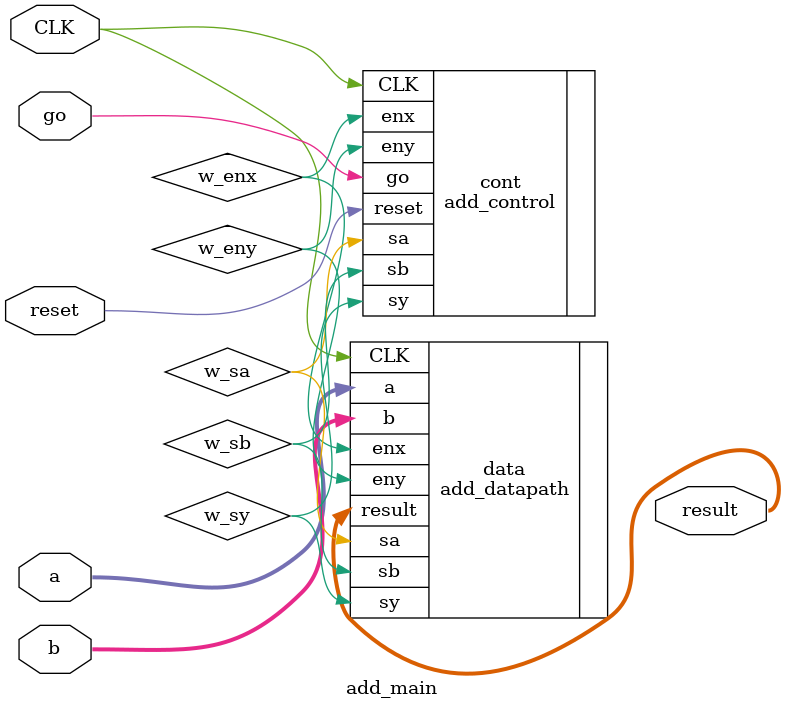
<source format=v>

module add_main(
	input 			go,
	input 	[5:0]	a,
	input 	[5:0]	b,
	input				reset,
	input				CLK,
	output	[5:0] result
);

	
	wire w_enx;
	wire w_eny;
	wire w_sa;
	wire w_sb;
	wire w_sy;



	add_datapath data(
			.a(a),
			.b(b),
			.CLK(CLK),
			.enx(w_enx),
			.eny(w_eny),
			.sa(w_sa),
			.sb(w_sb),
			.sy(w_sy),
			.result(result)
	);
	
	
	

	add_control cont(
	
			.go(go),
			.reset(reset),
			.CLK(CLK),
			.enx(w_enx),
			.eny(w_eny),
			.sa(w_sa),
			.sb(w_sb),
			.sy(w_sy)
	
	);



endmodule

</source>
